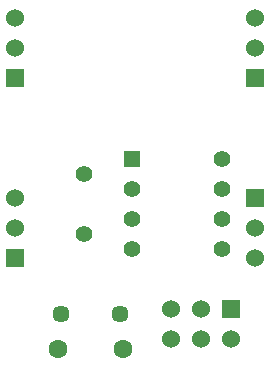
<source format=gbs>
G04 (created by PCBNEW (2013-07-07 BZR 4022)-stable) date 8/18/2013 11:16:40 PM*
%MOIN*%
G04 Gerber Fmt 3.4, Leading zero omitted, Abs format*
%FSLAX34Y34*%
G01*
G70*
G90*
G04 APERTURE LIST*
%ADD10C,0.00590551*%
%ADD11C,0.063*%
%ADD12C,0.0571*%
%ADD13R,0.06X0.06*%
%ADD14C,0.06*%
%ADD15C,0.056*%
%ADD16R,0.055X0.055*%
%ADD17C,0.055*%
G04 APERTURE END LIST*
G54D10*
G54D11*
X86917Y-65531D03*
X89083Y-65531D03*
G54D12*
X87021Y-64361D03*
X88979Y-64361D03*
G54D13*
X92700Y-64200D03*
G54D14*
X92700Y-65200D03*
X91700Y-64200D03*
X91700Y-65200D03*
X90700Y-64200D03*
X90700Y-65200D03*
G54D15*
X87800Y-61700D03*
X87800Y-59700D03*
G54D13*
X85500Y-56500D03*
G54D14*
X85500Y-55500D03*
X85500Y-54500D03*
G54D13*
X93500Y-60500D03*
G54D14*
X93500Y-61500D03*
X93500Y-62500D03*
G54D13*
X85500Y-62500D03*
G54D14*
X85500Y-61500D03*
X85500Y-60500D03*
G54D13*
X93500Y-56500D03*
G54D14*
X93500Y-55500D03*
X93500Y-54500D03*
G54D16*
X89400Y-59200D03*
G54D17*
X89400Y-60200D03*
X89400Y-61200D03*
X89400Y-62200D03*
X92400Y-62200D03*
X92400Y-61200D03*
X92400Y-60200D03*
X92400Y-59200D03*
M02*

</source>
